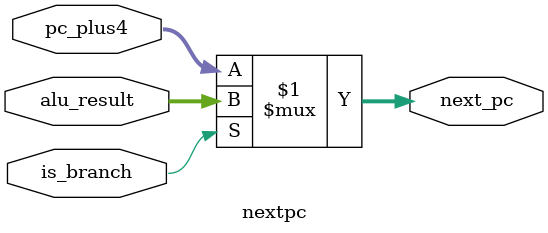
<source format=v>
`include "define.vh"

module nextpc(
    input wire[31:0] pc_plus4, alu_result,
    input wire is_branch,
    output wire[31:0] next_pc
  );
  assign next_pc = is_branch ? alu_result : pc_plus4;
endmodule

</source>
